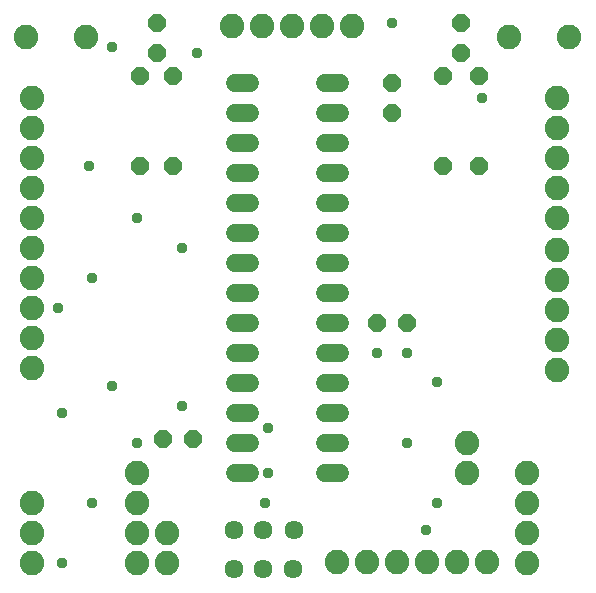
<source format=gbr>
G04 EAGLE Gerber RS-274X export*
G75*
%MOMM*%
%FSLAX34Y34*%
%LPD*%
%INSoldermask Bottom*%
%IPPOS*%
%AMOC8*
5,1,8,0,0,1.08239X$1,22.5*%
G01*
%ADD10P,1.649562X8X202.500000*%
%ADD11P,1.649562X8X22.500000*%
%ADD12P,1.649562X8X292.500000*%
%ADD13P,1.649562X8X112.500000*%
%ADD14C,1.524000*%
%ADD15C,2.082800*%
%ADD16C,1.611200*%
%ADD17C,0.959600*%


D10*
X161290Y130810D03*
X135890Y130810D03*
D11*
X317500Y228600D03*
X342900Y228600D03*
D12*
X330200Y431800D03*
X330200Y406400D03*
X388620Y482600D03*
X388620Y457200D03*
X130810Y482600D03*
X130810Y457200D03*
D13*
X373380Y361950D03*
X373380Y438150D03*
X144780Y361950D03*
X144780Y438150D03*
D12*
X403860Y438150D03*
X403860Y361950D03*
X116840Y438150D03*
X116840Y361950D03*
D14*
X196596Y431800D02*
X209804Y431800D01*
X209804Y406400D02*
X196596Y406400D01*
X196596Y381000D02*
X209804Y381000D01*
X209804Y355600D02*
X196596Y355600D01*
X196596Y330200D02*
X209804Y330200D01*
X209804Y304800D02*
X196596Y304800D01*
X196596Y279400D02*
X209804Y279400D01*
X209804Y254000D02*
X196596Y254000D01*
X196596Y228600D02*
X209804Y228600D01*
X209804Y203200D02*
X196596Y203200D01*
X196596Y177800D02*
X209804Y177800D01*
X209804Y152400D02*
X196596Y152400D01*
X196596Y127000D02*
X209804Y127000D01*
X209804Y101600D02*
X196596Y101600D01*
X272796Y101600D02*
X286004Y101600D01*
X286004Y127000D02*
X272796Y127000D01*
X272796Y152400D02*
X286004Y152400D01*
X286004Y177800D02*
X272796Y177800D01*
X272796Y203200D02*
X286004Y203200D01*
X286004Y228600D02*
X272796Y228600D01*
X272796Y254000D02*
X286004Y254000D01*
X286004Y279400D02*
X272796Y279400D01*
X272796Y304800D02*
X286004Y304800D01*
X286004Y330200D02*
X272796Y330200D01*
X272796Y355600D02*
X286004Y355600D01*
X286004Y381000D02*
X272796Y381000D01*
X272796Y406400D02*
X286004Y406400D01*
X286004Y431800D02*
X272796Y431800D01*
D15*
X393700Y127000D03*
X393700Y101600D03*
X469900Y419100D03*
X469900Y393700D03*
X469900Y368300D03*
X469900Y342900D03*
X469900Y317500D03*
X469900Y290830D03*
X469900Y265430D03*
X469900Y240030D03*
X469900Y214630D03*
X469900Y189230D03*
X25400Y292100D03*
X25400Y266700D03*
X25400Y241300D03*
X25400Y215900D03*
X25400Y190500D03*
X25400Y419100D03*
X25400Y393700D03*
X25400Y368300D03*
X25400Y342900D03*
X25400Y317500D03*
X25400Y76200D03*
X25400Y25400D03*
X25400Y50800D03*
X139700Y25400D03*
X139700Y50800D03*
D16*
X220980Y20330D03*
X195980Y20330D03*
X245980Y20330D03*
X246480Y53330D03*
X220980Y53330D03*
X195980Y53330D03*
D15*
X114300Y25400D03*
X114300Y50800D03*
X114300Y76200D03*
X114300Y101600D03*
X194310Y480060D03*
X219710Y480060D03*
X245110Y480060D03*
X270510Y480060D03*
X295910Y480060D03*
X410210Y26670D03*
X384810Y26670D03*
X359410Y26670D03*
X334010Y26670D03*
X308610Y26670D03*
X283210Y26670D03*
X429260Y471170D03*
X480060Y471170D03*
X71120Y471170D03*
X20320Y471170D03*
X444500Y25400D03*
X444500Y50800D03*
X444500Y76200D03*
X444500Y101600D03*
D17*
X330200Y482600D03*
X50800Y25400D03*
X46990Y241300D03*
X50800Y152400D03*
X406400Y419100D03*
X73660Y361950D03*
X165100Y457200D03*
X358775Y53975D03*
X222250Y76200D03*
X76200Y76200D03*
X76200Y266700D03*
X368300Y76200D03*
X368300Y179070D03*
X92710Y462280D03*
X92710Y175260D03*
X317500Y203200D03*
X342900Y127000D03*
X342900Y203200D03*
X152400Y292100D03*
X152400Y158750D03*
X224790Y139700D03*
X224790Y101600D03*
X114300Y127000D03*
X114300Y317500D03*
M02*

</source>
